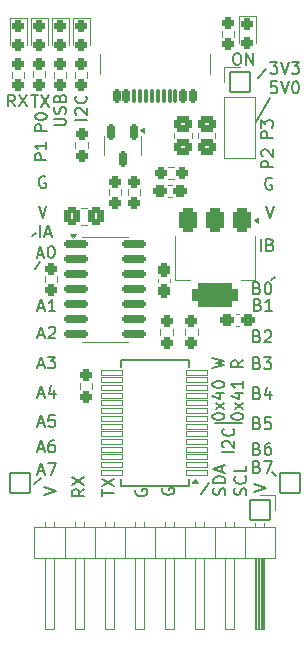
<source format=gbr>
%TF.GenerationSoftware,KiCad,Pcbnew,9.0.0*%
%TF.CreationDate,2025-03-25T17:20:35-03:00*%
%TF.ProjectId,IOExtender,494f4578-7465-46e6-9465-722e6b696361,1.1*%
%TF.SameCoordinates,Original*%
%TF.FileFunction,Legend,Top*%
%TF.FilePolarity,Positive*%
%FSLAX46Y46*%
G04 Gerber Fmt 4.6, Leading zero omitted, Abs format (unit mm)*
G04 Created by KiCad (PCBNEW 9.0.0) date 2025-03-25 17:20:35*
%MOMM*%
%LPD*%
G01*
G04 APERTURE LIST*
G04 Aperture macros list*
%AMRoundRect*
0 Rectangle with rounded corners*
0 $1 Rounding radius*
0 $2 $3 $4 $5 $6 $7 $8 $9 X,Y pos of 4 corners*
0 Add a 4 corners polygon primitive as box body*
4,1,4,$2,$3,$4,$5,$6,$7,$8,$9,$2,$3,0*
0 Add four circle primitives for the rounded corners*
1,1,$1+$1,$2,$3*
1,1,$1+$1,$4,$5*
1,1,$1+$1,$6,$7*
1,1,$1+$1,$8,$9*
0 Add four rect primitives between the rounded corners*
20,1,$1+$1,$2,$3,$4,$5,0*
20,1,$1+$1,$4,$5,$6,$7,0*
20,1,$1+$1,$6,$7,$8,$9,0*
20,1,$1+$1,$8,$9,$2,$3,0*%
G04 Aperture macros list end*
%ADD10C,0.150000*%
%ADD11C,0.200000*%
%ADD12C,0.120000*%
%ADD13RoundRect,0.050000X0.875000X0.225000X-0.875000X0.225000X-0.875000X-0.225000X0.875000X-0.225000X0*%
%ADD14C,1.500000*%
%ADD15RoundRect,0.262500X-0.262500X0.275000X-0.262500X-0.275000X0.262500X-0.275000X0.262500X0.275000X0*%
%ADD16RoundRect,0.262500X0.262500X-0.275000X0.262500X0.275000X-0.262500X0.275000X-0.262500X-0.275000X0*%
%ADD17RoundRect,0.262500X0.325000X0.262500X-0.325000X0.262500X-0.325000X-0.262500X0.325000X-0.262500X0*%
%ADD18RoundRect,0.270833X0.479167X-0.379167X0.479167X0.379167X-0.479167X0.379167X-0.479167X-0.379167X0*%
%ADD19RoundRect,0.243750X-0.281250X0.243750X-0.281250X-0.243750X0.281250X-0.243750X0.281250X0.243750X0*%
%ADD20C,0.750000*%
%ADD21RoundRect,0.175000X0.175000X0.450000X-0.175000X0.450000X-0.175000X-0.450000X0.175000X-0.450000X0*%
%ADD22RoundRect,0.100000X0.100000X0.525000X-0.100000X0.525000X-0.100000X-0.525000X0.100000X-0.525000X0*%
%ADD23O,1.100000X2.200000*%
%ADD24O,1.100000X1.900000*%
%ADD25RoundRect,0.050000X-0.850000X0.850000X-0.850000X-0.850000X0.850000X-0.850000X0.850000X0.850000X0*%
%ADD26O,1.800000X1.800000*%
%ADD27RoundRect,0.050000X-0.850000X-0.850000X0.850000X-0.850000X0.850000X0.850000X-0.850000X0.850000X0*%
%ADD28RoundRect,0.400000X-0.400000X0.650000X-0.400000X-0.650000X0.400000X-0.650000X0.400000X0.650000X0*%
%ADD29RoundRect,0.525000X-1.425000X0.525000X-1.425000X-0.525000X1.425000X-0.525000X1.425000X0.525000X0*%
%ADD30RoundRect,0.175000X-0.850000X-0.175000X0.850000X-0.175000X0.850000X0.175000X-0.850000X0.175000X0*%
%ADD31RoundRect,0.262500X-0.325000X-0.262500X0.325000X-0.262500X0.325000X0.262500X-0.325000X0.262500X0*%
%ADD32RoundRect,0.262500X0.275000X0.262500X-0.275000X0.262500X-0.275000X-0.262500X0.275000X-0.262500X0*%
%ADD33RoundRect,0.270833X-0.479167X0.379167X-0.479167X-0.379167X0.479167X-0.379167X0.479167X0.379167X0*%
%ADD34RoundRect,0.271277X0.366223X0.503723X-0.366223X0.503723X-0.366223X-0.503723X0.366223X-0.503723X0*%
%ADD35RoundRect,0.175000X-0.175000X0.537500X-0.175000X-0.537500X0.175000X-0.537500X0.175000X0.537500X0*%
%ADD36RoundRect,0.262500X-0.262500X0.325000X-0.262500X-0.325000X0.262500X-0.325000X0.262500X0.325000X0*%
%ADD37C,2.100000*%
G04 APERTURE END LIST*
D10*
X131380000Y-115954000D02*
X133666000Y-115954000D01*
X116597200Y-102263400D02*
X116140000Y-102873000D01*
D11*
X136079000Y-88395000D02*
X134834400Y-90477800D01*
D10*
X116241600Y-99799600D02*
X115911400Y-100104400D01*
X116648000Y-120576800D02*
X116063800Y-121059400D01*
X130872000Y-121034000D02*
X130237000Y-121923000D01*
X136104400Y-103838200D02*
X136485400Y-103558800D01*
X136180600Y-120068800D02*
X136536200Y-120449800D01*
D11*
X135698000Y-85982000D02*
X135063000Y-86744000D01*
D10*
X117778419Y-90725220D02*
X118587942Y-90725220D01*
X118587942Y-90725220D02*
X118683180Y-90677601D01*
X118683180Y-90677601D02*
X118730800Y-90629982D01*
X118730800Y-90629982D02*
X118778419Y-90534744D01*
X118778419Y-90534744D02*
X118778419Y-90344268D01*
X118778419Y-90344268D02*
X118730800Y-90249030D01*
X118730800Y-90249030D02*
X118683180Y-90201411D01*
X118683180Y-90201411D02*
X118587942Y-90153792D01*
X118587942Y-90153792D02*
X117778419Y-90153792D01*
X118730800Y-89725220D02*
X118778419Y-89582363D01*
X118778419Y-89582363D02*
X118778419Y-89344268D01*
X118778419Y-89344268D02*
X118730800Y-89249030D01*
X118730800Y-89249030D02*
X118683180Y-89201411D01*
X118683180Y-89201411D02*
X118587942Y-89153792D01*
X118587942Y-89153792D02*
X118492704Y-89153792D01*
X118492704Y-89153792D02*
X118397466Y-89201411D01*
X118397466Y-89201411D02*
X118349847Y-89249030D01*
X118349847Y-89249030D02*
X118302228Y-89344268D01*
X118302228Y-89344268D02*
X118254609Y-89534744D01*
X118254609Y-89534744D02*
X118206990Y-89629982D01*
X118206990Y-89629982D02*
X118159371Y-89677601D01*
X118159371Y-89677601D02*
X118064133Y-89725220D01*
X118064133Y-89725220D02*
X117968895Y-89725220D01*
X117968895Y-89725220D02*
X117873657Y-89677601D01*
X117873657Y-89677601D02*
X117826038Y-89629982D01*
X117826038Y-89629982D02*
X117778419Y-89534744D01*
X117778419Y-89534744D02*
X117778419Y-89296649D01*
X117778419Y-89296649D02*
X117826038Y-89153792D01*
X118254609Y-88391887D02*
X118302228Y-88249030D01*
X118302228Y-88249030D02*
X118349847Y-88201411D01*
X118349847Y-88201411D02*
X118445085Y-88153792D01*
X118445085Y-88153792D02*
X118587942Y-88153792D01*
X118587942Y-88153792D02*
X118683180Y-88201411D01*
X118683180Y-88201411D02*
X118730800Y-88249030D01*
X118730800Y-88249030D02*
X118778419Y-88344268D01*
X118778419Y-88344268D02*
X118778419Y-88725220D01*
X118778419Y-88725220D02*
X117778419Y-88725220D01*
X117778419Y-88725220D02*
X117778419Y-88391887D01*
X117778419Y-88391887D02*
X117826038Y-88296649D01*
X117826038Y-88296649D02*
X117873657Y-88249030D01*
X117873657Y-88249030D02*
X117968895Y-88201411D01*
X117968895Y-88201411D02*
X118064133Y-88201411D01*
X118064133Y-88201411D02*
X118159371Y-88249030D01*
X118159371Y-88249030D02*
X118206990Y-88296649D01*
X118206990Y-88296649D02*
X118254609Y-88391887D01*
X118254609Y-88391887D02*
X118254609Y-88725220D01*
X136202988Y-95211838D02*
X136107750Y-95164219D01*
X136107750Y-95164219D02*
X135964893Y-95164219D01*
X135964893Y-95164219D02*
X135822036Y-95211838D01*
X135822036Y-95211838D02*
X135726798Y-95307076D01*
X135726798Y-95307076D02*
X135679179Y-95402314D01*
X135679179Y-95402314D02*
X135631560Y-95592790D01*
X135631560Y-95592790D02*
X135631560Y-95735647D01*
X135631560Y-95735647D02*
X135679179Y-95926123D01*
X135679179Y-95926123D02*
X135726798Y-96021361D01*
X135726798Y-96021361D02*
X135822036Y-96116600D01*
X135822036Y-96116600D02*
X135964893Y-96164219D01*
X135964893Y-96164219D02*
X136060131Y-96164219D01*
X136060131Y-96164219D02*
X136202988Y-96116600D01*
X136202988Y-96116600D02*
X136250607Y-96068980D01*
X136250607Y-96068980D02*
X136250607Y-95735647D01*
X136250607Y-95735647D02*
X136060131Y-95735647D01*
X120327819Y-121522792D02*
X119851628Y-121856125D01*
X120327819Y-122094220D02*
X119327819Y-122094220D01*
X119327819Y-122094220D02*
X119327819Y-121713268D01*
X119327819Y-121713268D02*
X119375438Y-121618030D01*
X119375438Y-121618030D02*
X119423057Y-121570411D01*
X119423057Y-121570411D02*
X119518295Y-121522792D01*
X119518295Y-121522792D02*
X119661152Y-121522792D01*
X119661152Y-121522792D02*
X119756390Y-121570411D01*
X119756390Y-121570411D02*
X119804009Y-121618030D01*
X119804009Y-121618030D02*
X119851628Y-121713268D01*
X119851628Y-121713268D02*
X119851628Y-122094220D01*
X119327819Y-121189458D02*
X120327819Y-120522792D01*
X119327819Y-120522792D02*
X120327819Y-121189458D01*
X116429160Y-111016904D02*
X116905350Y-111016904D01*
X116333922Y-111302619D02*
X116667255Y-110302619D01*
X116667255Y-110302619D02*
X117000588Y-111302619D01*
X117238684Y-110302619D02*
X117857731Y-110302619D01*
X117857731Y-110302619D02*
X117524398Y-110683571D01*
X117524398Y-110683571D02*
X117667255Y-110683571D01*
X117667255Y-110683571D02*
X117762493Y-110731190D01*
X117762493Y-110731190D02*
X117810112Y-110778809D01*
X117810112Y-110778809D02*
X117857731Y-110874047D01*
X117857731Y-110874047D02*
X117857731Y-111112142D01*
X117857731Y-111112142D02*
X117810112Y-111207380D01*
X117810112Y-111207380D02*
X117762493Y-111255000D01*
X117762493Y-111255000D02*
X117667255Y-111302619D01*
X117667255Y-111302619D02*
X117381541Y-111302619D01*
X117381541Y-111302619D02*
X117286303Y-111255000D01*
X117286303Y-111255000D02*
X117238684Y-111207380D01*
X115851322Y-88153819D02*
X116422750Y-88153819D01*
X116137036Y-89153819D02*
X116137036Y-88153819D01*
X116660846Y-88153819D02*
X117327512Y-89153819D01*
X117327512Y-88153819D02*
X116660846Y-89153819D01*
X134971112Y-108569009D02*
X135113969Y-108616628D01*
X135113969Y-108616628D02*
X135161588Y-108664247D01*
X135161588Y-108664247D02*
X135209207Y-108759485D01*
X135209207Y-108759485D02*
X135209207Y-108902342D01*
X135209207Y-108902342D02*
X135161588Y-108997580D01*
X135161588Y-108997580D02*
X135113969Y-109045200D01*
X135113969Y-109045200D02*
X135018731Y-109092819D01*
X135018731Y-109092819D02*
X134637779Y-109092819D01*
X134637779Y-109092819D02*
X134637779Y-108092819D01*
X134637779Y-108092819D02*
X134971112Y-108092819D01*
X134971112Y-108092819D02*
X135066350Y-108140438D01*
X135066350Y-108140438D02*
X135113969Y-108188057D01*
X135113969Y-108188057D02*
X135161588Y-108283295D01*
X135161588Y-108283295D02*
X135161588Y-108378533D01*
X135161588Y-108378533D02*
X135113969Y-108473771D01*
X135113969Y-108473771D02*
X135066350Y-108521390D01*
X135066350Y-108521390D02*
X134971112Y-108569009D01*
X134971112Y-108569009D02*
X134637779Y-108569009D01*
X135590160Y-108188057D02*
X135637779Y-108140438D01*
X135637779Y-108140438D02*
X135733017Y-108092819D01*
X135733017Y-108092819D02*
X135971112Y-108092819D01*
X135971112Y-108092819D02*
X136066350Y-108140438D01*
X136066350Y-108140438D02*
X136113969Y-108188057D01*
X136113969Y-108188057D02*
X136161588Y-108283295D01*
X136161588Y-108283295D02*
X136161588Y-108378533D01*
X136161588Y-108378533D02*
X136113969Y-108521390D01*
X136113969Y-108521390D02*
X135542541Y-109092819D01*
X135542541Y-109092819D02*
X136161588Y-109092819D01*
X116454560Y-108476904D02*
X116930750Y-108476904D01*
X116359322Y-108762619D02*
X116692655Y-107762619D01*
X116692655Y-107762619D02*
X117025988Y-108762619D01*
X117311703Y-107857857D02*
X117359322Y-107810238D01*
X117359322Y-107810238D02*
X117454560Y-107762619D01*
X117454560Y-107762619D02*
X117692655Y-107762619D01*
X117692655Y-107762619D02*
X117787893Y-107810238D01*
X117787893Y-107810238D02*
X117835512Y-107857857D01*
X117835512Y-107857857D02*
X117883131Y-107953095D01*
X117883131Y-107953095D02*
X117883131Y-108048333D01*
X117883131Y-108048333D02*
X117835512Y-108191190D01*
X117835512Y-108191190D02*
X117264084Y-108762619D01*
X117264084Y-108762619D02*
X117883131Y-108762619D01*
X117152819Y-91207820D02*
X116152819Y-91207820D01*
X116152819Y-91207820D02*
X116152819Y-90826868D01*
X116152819Y-90826868D02*
X116200438Y-90731630D01*
X116200438Y-90731630D02*
X116248057Y-90684011D01*
X116248057Y-90684011D02*
X116343295Y-90636392D01*
X116343295Y-90636392D02*
X116486152Y-90636392D01*
X116486152Y-90636392D02*
X116581390Y-90684011D01*
X116581390Y-90684011D02*
X116629009Y-90731630D01*
X116629009Y-90731630D02*
X116676628Y-90826868D01*
X116676628Y-90826868D02*
X116676628Y-91207820D01*
X116152819Y-90017344D02*
X116152819Y-89922106D01*
X116152819Y-89922106D02*
X116200438Y-89826868D01*
X116200438Y-89826868D02*
X116248057Y-89779249D01*
X116248057Y-89779249D02*
X116343295Y-89731630D01*
X116343295Y-89731630D02*
X116533771Y-89684011D01*
X116533771Y-89684011D02*
X116771866Y-89684011D01*
X116771866Y-89684011D02*
X116962342Y-89731630D01*
X116962342Y-89731630D02*
X117057580Y-89779249D01*
X117057580Y-89779249D02*
X117105200Y-89826868D01*
X117105200Y-89826868D02*
X117152819Y-89922106D01*
X117152819Y-89922106D02*
X117152819Y-90017344D01*
X117152819Y-90017344D02*
X117105200Y-90112582D01*
X117105200Y-90112582D02*
X117057580Y-90160201D01*
X117057580Y-90160201D02*
X116962342Y-90207820D01*
X116962342Y-90207820D02*
X116771866Y-90255439D01*
X116771866Y-90255439D02*
X116533771Y-90255439D01*
X116533771Y-90255439D02*
X116343295Y-90207820D01*
X116343295Y-90207820D02*
X116248057Y-90160201D01*
X116248057Y-90160201D02*
X116200438Y-90112582D01*
X116200438Y-90112582D02*
X116152819Y-90017344D01*
X136637969Y-87010819D02*
X136161779Y-87010819D01*
X136161779Y-87010819D02*
X136114160Y-87487009D01*
X136114160Y-87487009D02*
X136161779Y-87439390D01*
X136161779Y-87439390D02*
X136257017Y-87391771D01*
X136257017Y-87391771D02*
X136495112Y-87391771D01*
X136495112Y-87391771D02*
X136590350Y-87439390D01*
X136590350Y-87439390D02*
X136637969Y-87487009D01*
X136637969Y-87487009D02*
X136685588Y-87582247D01*
X136685588Y-87582247D02*
X136685588Y-87820342D01*
X136685588Y-87820342D02*
X136637969Y-87915580D01*
X136637969Y-87915580D02*
X136590350Y-87963200D01*
X136590350Y-87963200D02*
X136495112Y-88010819D01*
X136495112Y-88010819D02*
X136257017Y-88010819D01*
X136257017Y-88010819D02*
X136161779Y-87963200D01*
X136161779Y-87963200D02*
X136114160Y-87915580D01*
X136971303Y-87010819D02*
X137304636Y-88010819D01*
X137304636Y-88010819D02*
X137637969Y-87010819D01*
X138161779Y-87010819D02*
X138257017Y-87010819D01*
X138257017Y-87010819D02*
X138352255Y-87058438D01*
X138352255Y-87058438D02*
X138399874Y-87106057D01*
X138399874Y-87106057D02*
X138447493Y-87201295D01*
X138447493Y-87201295D02*
X138495112Y-87391771D01*
X138495112Y-87391771D02*
X138495112Y-87629866D01*
X138495112Y-87629866D02*
X138447493Y-87820342D01*
X138447493Y-87820342D02*
X138399874Y-87915580D01*
X138399874Y-87915580D02*
X138352255Y-87963200D01*
X138352255Y-87963200D02*
X138257017Y-88010819D01*
X138257017Y-88010819D02*
X138161779Y-88010819D01*
X138161779Y-88010819D02*
X138066541Y-87963200D01*
X138066541Y-87963200D02*
X138018922Y-87915580D01*
X138018922Y-87915580D02*
X137971303Y-87820342D01*
X137971303Y-87820342D02*
X137923684Y-87629866D01*
X137923684Y-87629866D02*
X137923684Y-87391771D01*
X137923684Y-87391771D02*
X137971303Y-87201295D01*
X137971303Y-87201295D02*
X138018922Y-87106057D01*
X138018922Y-87106057D02*
X138066541Y-87058438D01*
X138066541Y-87058438D02*
X138161779Y-87010819D01*
X117025988Y-95084838D02*
X116930750Y-95037219D01*
X116930750Y-95037219D02*
X116787893Y-95037219D01*
X116787893Y-95037219D02*
X116645036Y-95084838D01*
X116645036Y-95084838D02*
X116549798Y-95180076D01*
X116549798Y-95180076D02*
X116502179Y-95275314D01*
X116502179Y-95275314D02*
X116454560Y-95465790D01*
X116454560Y-95465790D02*
X116454560Y-95608647D01*
X116454560Y-95608647D02*
X116502179Y-95799123D01*
X116502179Y-95799123D02*
X116549798Y-95894361D01*
X116549798Y-95894361D02*
X116645036Y-95989600D01*
X116645036Y-95989600D02*
X116787893Y-96037219D01*
X116787893Y-96037219D02*
X116883131Y-96037219D01*
X116883131Y-96037219D02*
X117025988Y-95989600D01*
X117025988Y-95989600D02*
X117073607Y-95941980D01*
X117073607Y-95941980D02*
X117073607Y-95608647D01*
X117073607Y-95608647D02*
X116883131Y-95608647D01*
X136279019Y-91817420D02*
X135279019Y-91817420D01*
X135279019Y-91817420D02*
X135279019Y-91436468D01*
X135279019Y-91436468D02*
X135326638Y-91341230D01*
X135326638Y-91341230D02*
X135374257Y-91293611D01*
X135374257Y-91293611D02*
X135469495Y-91245992D01*
X135469495Y-91245992D02*
X135612352Y-91245992D01*
X135612352Y-91245992D02*
X135707590Y-91293611D01*
X135707590Y-91293611D02*
X135755209Y-91341230D01*
X135755209Y-91341230D02*
X135802828Y-91436468D01*
X135802828Y-91436468D02*
X135802828Y-91817420D01*
X135279019Y-90912658D02*
X135279019Y-90293611D01*
X135279019Y-90293611D02*
X135659971Y-90626944D01*
X135659971Y-90626944D02*
X135659971Y-90484087D01*
X135659971Y-90484087D02*
X135707590Y-90388849D01*
X135707590Y-90388849D02*
X135755209Y-90341230D01*
X135755209Y-90341230D02*
X135850447Y-90293611D01*
X135850447Y-90293611D02*
X136088542Y-90293611D01*
X136088542Y-90293611D02*
X136183780Y-90341230D01*
X136183780Y-90341230D02*
X136231400Y-90388849D01*
X136231400Y-90388849D02*
X136279019Y-90484087D01*
X136279019Y-90484087D02*
X136279019Y-90769801D01*
X136279019Y-90769801D02*
X136231400Y-90865039D01*
X136231400Y-90865039D02*
X136183780Y-90912658D01*
X116429160Y-115969904D02*
X116905350Y-115969904D01*
X116333922Y-116255619D02*
X116667255Y-115255619D01*
X116667255Y-115255619D02*
X117000588Y-116255619D01*
X117810112Y-115255619D02*
X117333922Y-115255619D01*
X117333922Y-115255619D02*
X117286303Y-115731809D01*
X117286303Y-115731809D02*
X117333922Y-115684190D01*
X117333922Y-115684190D02*
X117429160Y-115636571D01*
X117429160Y-115636571D02*
X117667255Y-115636571D01*
X117667255Y-115636571D02*
X117762493Y-115684190D01*
X117762493Y-115684190D02*
X117810112Y-115731809D01*
X117810112Y-115731809D02*
X117857731Y-115827047D01*
X117857731Y-115827047D02*
X117857731Y-116065142D01*
X117857731Y-116065142D02*
X117810112Y-116160380D01*
X117810112Y-116160380D02*
X117762493Y-116208000D01*
X117762493Y-116208000D02*
X117667255Y-116255619D01*
X117667255Y-116255619D02*
X117429160Y-116255619D01*
X117429160Y-116255619D02*
X117333922Y-116208000D01*
X117333922Y-116208000D02*
X117286303Y-116160380D01*
X126995438Y-121443411D02*
X126947819Y-121538649D01*
X126947819Y-121538649D02*
X126947819Y-121681506D01*
X126947819Y-121681506D02*
X126995438Y-121824363D01*
X126995438Y-121824363D02*
X127090676Y-121919601D01*
X127090676Y-121919601D02*
X127185914Y-121967220D01*
X127185914Y-121967220D02*
X127376390Y-122014839D01*
X127376390Y-122014839D02*
X127519247Y-122014839D01*
X127519247Y-122014839D02*
X127709723Y-121967220D01*
X127709723Y-121967220D02*
X127804961Y-121919601D01*
X127804961Y-121919601D02*
X127900200Y-121824363D01*
X127900200Y-121824363D02*
X127947819Y-121681506D01*
X127947819Y-121681506D02*
X127947819Y-121586268D01*
X127947819Y-121586268D02*
X127900200Y-121443411D01*
X127900200Y-121443411D02*
X127852580Y-121395792D01*
X127852580Y-121395792D02*
X127519247Y-121395792D01*
X127519247Y-121395792D02*
X127519247Y-121586268D01*
X133996200Y-122014839D02*
X134043819Y-121871982D01*
X134043819Y-121871982D02*
X134043819Y-121633887D01*
X134043819Y-121633887D02*
X133996200Y-121538649D01*
X133996200Y-121538649D02*
X133948580Y-121491030D01*
X133948580Y-121491030D02*
X133853342Y-121443411D01*
X133853342Y-121443411D02*
X133758104Y-121443411D01*
X133758104Y-121443411D02*
X133662866Y-121491030D01*
X133662866Y-121491030D02*
X133615247Y-121538649D01*
X133615247Y-121538649D02*
X133567628Y-121633887D01*
X133567628Y-121633887D02*
X133520009Y-121824363D01*
X133520009Y-121824363D02*
X133472390Y-121919601D01*
X133472390Y-121919601D02*
X133424771Y-121967220D01*
X133424771Y-121967220D02*
X133329533Y-122014839D01*
X133329533Y-122014839D02*
X133234295Y-122014839D01*
X133234295Y-122014839D02*
X133139057Y-121967220D01*
X133139057Y-121967220D02*
X133091438Y-121919601D01*
X133091438Y-121919601D02*
X133043819Y-121824363D01*
X133043819Y-121824363D02*
X133043819Y-121586268D01*
X133043819Y-121586268D02*
X133091438Y-121443411D01*
X133948580Y-120443411D02*
X133996200Y-120491030D01*
X133996200Y-120491030D02*
X134043819Y-120633887D01*
X134043819Y-120633887D02*
X134043819Y-120729125D01*
X134043819Y-120729125D02*
X133996200Y-120871982D01*
X133996200Y-120871982D02*
X133900961Y-120967220D01*
X133900961Y-120967220D02*
X133805723Y-121014839D01*
X133805723Y-121014839D02*
X133615247Y-121062458D01*
X133615247Y-121062458D02*
X133472390Y-121062458D01*
X133472390Y-121062458D02*
X133281914Y-121014839D01*
X133281914Y-121014839D02*
X133186676Y-120967220D01*
X133186676Y-120967220D02*
X133091438Y-120871982D01*
X133091438Y-120871982D02*
X133043819Y-120729125D01*
X133043819Y-120729125D02*
X133043819Y-120633887D01*
X133043819Y-120633887D02*
X133091438Y-120491030D01*
X133091438Y-120491030D02*
X133139057Y-120443411D01*
X134043819Y-119538649D02*
X134043819Y-120014839D01*
X134043819Y-120014839D02*
X133043819Y-120014839D01*
X116429160Y-118103504D02*
X116905350Y-118103504D01*
X116333922Y-118389219D02*
X116667255Y-117389219D01*
X116667255Y-117389219D02*
X117000588Y-118389219D01*
X117762493Y-117389219D02*
X117572017Y-117389219D01*
X117572017Y-117389219D02*
X117476779Y-117436838D01*
X117476779Y-117436838D02*
X117429160Y-117484457D01*
X117429160Y-117484457D02*
X117333922Y-117627314D01*
X117333922Y-117627314D02*
X117286303Y-117817790D01*
X117286303Y-117817790D02*
X117286303Y-118198742D01*
X117286303Y-118198742D02*
X117333922Y-118293980D01*
X117333922Y-118293980D02*
X117381541Y-118341600D01*
X117381541Y-118341600D02*
X117476779Y-118389219D01*
X117476779Y-118389219D02*
X117667255Y-118389219D01*
X117667255Y-118389219D02*
X117762493Y-118341600D01*
X117762493Y-118341600D02*
X117810112Y-118293980D01*
X117810112Y-118293980D02*
X117857731Y-118198742D01*
X117857731Y-118198742D02*
X117857731Y-117960647D01*
X117857731Y-117960647D02*
X117810112Y-117865409D01*
X117810112Y-117865409D02*
X117762493Y-117817790D01*
X117762493Y-117817790D02*
X117667255Y-117770171D01*
X117667255Y-117770171D02*
X117476779Y-117770171D01*
X117476779Y-117770171D02*
X117381541Y-117817790D01*
X117381541Y-117817790D02*
X117333922Y-117865409D01*
X117333922Y-117865409D02*
X117286303Y-117960647D01*
X136329819Y-94281220D02*
X135329819Y-94281220D01*
X135329819Y-94281220D02*
X135329819Y-93900268D01*
X135329819Y-93900268D02*
X135377438Y-93805030D01*
X135377438Y-93805030D02*
X135425057Y-93757411D01*
X135425057Y-93757411D02*
X135520295Y-93709792D01*
X135520295Y-93709792D02*
X135663152Y-93709792D01*
X135663152Y-93709792D02*
X135758390Y-93757411D01*
X135758390Y-93757411D02*
X135806009Y-93805030D01*
X135806009Y-93805030D02*
X135853628Y-93900268D01*
X135853628Y-93900268D02*
X135853628Y-94281220D01*
X135425057Y-93328839D02*
X135377438Y-93281220D01*
X135377438Y-93281220D02*
X135329819Y-93185982D01*
X135329819Y-93185982D02*
X135329819Y-92947887D01*
X135329819Y-92947887D02*
X135377438Y-92852649D01*
X135377438Y-92852649D02*
X135425057Y-92805030D01*
X135425057Y-92805030D02*
X135520295Y-92757411D01*
X135520295Y-92757411D02*
X135615533Y-92757411D01*
X135615533Y-92757411D02*
X135758390Y-92805030D01*
X135758390Y-92805030D02*
X136329819Y-93376458D01*
X136329819Y-93376458D02*
X136329819Y-92757411D01*
X116378360Y-101669704D02*
X116854550Y-101669704D01*
X116283122Y-101955419D02*
X116616455Y-100955419D01*
X116616455Y-100955419D02*
X116949788Y-101955419D01*
X117473598Y-100955419D02*
X117568836Y-100955419D01*
X117568836Y-100955419D02*
X117664074Y-101003038D01*
X117664074Y-101003038D02*
X117711693Y-101050657D01*
X117711693Y-101050657D02*
X117759312Y-101145895D01*
X117759312Y-101145895D02*
X117806931Y-101336371D01*
X117806931Y-101336371D02*
X117806931Y-101574466D01*
X117806931Y-101574466D02*
X117759312Y-101764942D01*
X117759312Y-101764942D02*
X117711693Y-101860180D01*
X117711693Y-101860180D02*
X117664074Y-101907800D01*
X117664074Y-101907800D02*
X117568836Y-101955419D01*
X117568836Y-101955419D02*
X117473598Y-101955419D01*
X117473598Y-101955419D02*
X117378360Y-101907800D01*
X117378360Y-101907800D02*
X117330741Y-101860180D01*
X117330741Y-101860180D02*
X117283122Y-101764942D01*
X117283122Y-101764942D02*
X117235503Y-101574466D01*
X117235503Y-101574466D02*
X117235503Y-101336371D01*
X117235503Y-101336371D02*
X117283122Y-101145895D01*
X117283122Y-101145895D02*
X117330741Y-101050657D01*
X117330741Y-101050657D02*
X117378360Y-101003038D01*
X117378360Y-101003038D02*
X117473598Y-100955419D01*
X116460922Y-97551819D02*
X116794255Y-98551819D01*
X116794255Y-98551819D02*
X117127588Y-97551819D01*
X116454560Y-106165504D02*
X116930750Y-106165504D01*
X116359322Y-106451219D02*
X116692655Y-105451219D01*
X116692655Y-105451219D02*
X117025988Y-106451219D01*
X117883131Y-106451219D02*
X117311703Y-106451219D01*
X117597417Y-106451219D02*
X117597417Y-105451219D01*
X117597417Y-105451219D02*
X117502179Y-105594076D01*
X117502179Y-105594076D02*
X117406941Y-105689314D01*
X117406941Y-105689314D02*
X117311703Y-105736933D01*
X116603779Y-100202819D02*
X116603779Y-99202819D01*
X117032350Y-99917104D02*
X117508540Y-99917104D01*
X116937112Y-100202819D02*
X117270445Y-99202819D01*
X117270445Y-99202819D02*
X117603778Y-100202819D01*
X136066541Y-85359819D02*
X136685588Y-85359819D01*
X136685588Y-85359819D02*
X136352255Y-85740771D01*
X136352255Y-85740771D02*
X136495112Y-85740771D01*
X136495112Y-85740771D02*
X136590350Y-85788390D01*
X136590350Y-85788390D02*
X136637969Y-85836009D01*
X136637969Y-85836009D02*
X136685588Y-85931247D01*
X136685588Y-85931247D02*
X136685588Y-86169342D01*
X136685588Y-86169342D02*
X136637969Y-86264580D01*
X136637969Y-86264580D02*
X136590350Y-86312200D01*
X136590350Y-86312200D02*
X136495112Y-86359819D01*
X136495112Y-86359819D02*
X136209398Y-86359819D01*
X136209398Y-86359819D02*
X136114160Y-86312200D01*
X136114160Y-86312200D02*
X136066541Y-86264580D01*
X136971303Y-85359819D02*
X137304636Y-86359819D01*
X137304636Y-86359819D02*
X137637969Y-85359819D01*
X137876065Y-85359819D02*
X138495112Y-85359819D01*
X138495112Y-85359819D02*
X138161779Y-85740771D01*
X138161779Y-85740771D02*
X138304636Y-85740771D01*
X138304636Y-85740771D02*
X138399874Y-85788390D01*
X138399874Y-85788390D02*
X138447493Y-85836009D01*
X138447493Y-85836009D02*
X138495112Y-85931247D01*
X138495112Y-85931247D02*
X138495112Y-86169342D01*
X138495112Y-86169342D02*
X138447493Y-86264580D01*
X138447493Y-86264580D02*
X138399874Y-86312200D01*
X138399874Y-86312200D02*
X138304636Y-86359819D01*
X138304636Y-86359819D02*
X138018922Y-86359819D01*
X138018922Y-86359819D02*
X137923684Y-86312200D01*
X137923684Y-86312200D02*
X137876065Y-86264580D01*
X116454560Y-120008504D02*
X116930750Y-120008504D01*
X116359322Y-120294219D02*
X116692655Y-119294219D01*
X116692655Y-119294219D02*
X117025988Y-120294219D01*
X117264084Y-119294219D02*
X117930750Y-119294219D01*
X117930750Y-119294219D02*
X117502179Y-120294219D01*
X134971112Y-113395009D02*
X135113969Y-113442628D01*
X135113969Y-113442628D02*
X135161588Y-113490247D01*
X135161588Y-113490247D02*
X135209207Y-113585485D01*
X135209207Y-113585485D02*
X135209207Y-113728342D01*
X135209207Y-113728342D02*
X135161588Y-113823580D01*
X135161588Y-113823580D02*
X135113969Y-113871200D01*
X135113969Y-113871200D02*
X135018731Y-113918819D01*
X135018731Y-113918819D02*
X134637779Y-113918819D01*
X134637779Y-113918819D02*
X134637779Y-112918819D01*
X134637779Y-112918819D02*
X134971112Y-112918819D01*
X134971112Y-112918819D02*
X135066350Y-112966438D01*
X135066350Y-112966438D02*
X135113969Y-113014057D01*
X135113969Y-113014057D02*
X135161588Y-113109295D01*
X135161588Y-113109295D02*
X135161588Y-113204533D01*
X135161588Y-113204533D02*
X135113969Y-113299771D01*
X135113969Y-113299771D02*
X135066350Y-113347390D01*
X135066350Y-113347390D02*
X134971112Y-113395009D01*
X134971112Y-113395009D02*
X134637779Y-113395009D01*
X136066350Y-113252152D02*
X136066350Y-113918819D01*
X135828255Y-112871200D02*
X135590160Y-113585485D01*
X135590160Y-113585485D02*
X136209207Y-113585485D01*
X134971112Y-118094009D02*
X135113969Y-118141628D01*
X135113969Y-118141628D02*
X135161588Y-118189247D01*
X135161588Y-118189247D02*
X135209207Y-118284485D01*
X135209207Y-118284485D02*
X135209207Y-118427342D01*
X135209207Y-118427342D02*
X135161588Y-118522580D01*
X135161588Y-118522580D02*
X135113969Y-118570200D01*
X135113969Y-118570200D02*
X135018731Y-118617819D01*
X135018731Y-118617819D02*
X134637779Y-118617819D01*
X134637779Y-118617819D02*
X134637779Y-117617819D01*
X134637779Y-117617819D02*
X134971112Y-117617819D01*
X134971112Y-117617819D02*
X135066350Y-117665438D01*
X135066350Y-117665438D02*
X135113969Y-117713057D01*
X135113969Y-117713057D02*
X135161588Y-117808295D01*
X135161588Y-117808295D02*
X135161588Y-117903533D01*
X135161588Y-117903533D02*
X135113969Y-117998771D01*
X135113969Y-117998771D02*
X135066350Y-118046390D01*
X135066350Y-118046390D02*
X134971112Y-118094009D01*
X134971112Y-118094009D02*
X134637779Y-118094009D01*
X136066350Y-117617819D02*
X135875874Y-117617819D01*
X135875874Y-117617819D02*
X135780636Y-117665438D01*
X135780636Y-117665438D02*
X135733017Y-117713057D01*
X135733017Y-117713057D02*
X135637779Y-117855914D01*
X135637779Y-117855914D02*
X135590160Y-118046390D01*
X135590160Y-118046390D02*
X135590160Y-118427342D01*
X135590160Y-118427342D02*
X135637779Y-118522580D01*
X135637779Y-118522580D02*
X135685398Y-118570200D01*
X135685398Y-118570200D02*
X135780636Y-118617819D01*
X135780636Y-118617819D02*
X135971112Y-118617819D01*
X135971112Y-118617819D02*
X136066350Y-118570200D01*
X136066350Y-118570200D02*
X136113969Y-118522580D01*
X136113969Y-118522580D02*
X136161588Y-118427342D01*
X136161588Y-118427342D02*
X136161588Y-118189247D01*
X136161588Y-118189247D02*
X136113969Y-118094009D01*
X136113969Y-118094009D02*
X136066350Y-118046390D01*
X136066350Y-118046390D02*
X135971112Y-117998771D01*
X135971112Y-117998771D02*
X135780636Y-117998771D01*
X135780636Y-117998771D02*
X135685398Y-118046390D01*
X135685398Y-118046390D02*
X135637779Y-118094009D01*
X135637779Y-118094009D02*
X135590160Y-118189247D01*
X124709438Y-121570411D02*
X124661819Y-121665649D01*
X124661819Y-121665649D02*
X124661819Y-121808506D01*
X124661819Y-121808506D02*
X124709438Y-121951363D01*
X124709438Y-121951363D02*
X124804676Y-122046601D01*
X124804676Y-122046601D02*
X124899914Y-122094220D01*
X124899914Y-122094220D02*
X125090390Y-122141839D01*
X125090390Y-122141839D02*
X125233247Y-122141839D01*
X125233247Y-122141839D02*
X125423723Y-122094220D01*
X125423723Y-122094220D02*
X125518961Y-122046601D01*
X125518961Y-122046601D02*
X125614200Y-121951363D01*
X125614200Y-121951363D02*
X125661819Y-121808506D01*
X125661819Y-121808506D02*
X125661819Y-121713268D01*
X125661819Y-121713268D02*
X125614200Y-121570411D01*
X125614200Y-121570411D02*
X125566580Y-121522792D01*
X125566580Y-121522792D02*
X125233247Y-121522792D01*
X125233247Y-121522792D02*
X125233247Y-121713268D01*
X134971112Y-119618009D02*
X135113969Y-119665628D01*
X135113969Y-119665628D02*
X135161588Y-119713247D01*
X135161588Y-119713247D02*
X135209207Y-119808485D01*
X135209207Y-119808485D02*
X135209207Y-119951342D01*
X135209207Y-119951342D02*
X135161588Y-120046580D01*
X135161588Y-120046580D02*
X135113969Y-120094200D01*
X135113969Y-120094200D02*
X135018731Y-120141819D01*
X135018731Y-120141819D02*
X134637779Y-120141819D01*
X134637779Y-120141819D02*
X134637779Y-119141819D01*
X134637779Y-119141819D02*
X134971112Y-119141819D01*
X134971112Y-119141819D02*
X135066350Y-119189438D01*
X135066350Y-119189438D02*
X135113969Y-119237057D01*
X135113969Y-119237057D02*
X135161588Y-119332295D01*
X135161588Y-119332295D02*
X135161588Y-119427533D01*
X135161588Y-119427533D02*
X135113969Y-119522771D01*
X135113969Y-119522771D02*
X135066350Y-119570390D01*
X135066350Y-119570390D02*
X134971112Y-119618009D01*
X134971112Y-119618009D02*
X134637779Y-119618009D01*
X135542541Y-119141819D02*
X136209207Y-119141819D01*
X136209207Y-119141819D02*
X135780636Y-120141819D01*
X132218200Y-122014839D02*
X132265819Y-121871982D01*
X132265819Y-121871982D02*
X132265819Y-121633887D01*
X132265819Y-121633887D02*
X132218200Y-121538649D01*
X132218200Y-121538649D02*
X132170580Y-121491030D01*
X132170580Y-121491030D02*
X132075342Y-121443411D01*
X132075342Y-121443411D02*
X131980104Y-121443411D01*
X131980104Y-121443411D02*
X131884866Y-121491030D01*
X131884866Y-121491030D02*
X131837247Y-121538649D01*
X131837247Y-121538649D02*
X131789628Y-121633887D01*
X131789628Y-121633887D02*
X131742009Y-121824363D01*
X131742009Y-121824363D02*
X131694390Y-121919601D01*
X131694390Y-121919601D02*
X131646771Y-121967220D01*
X131646771Y-121967220D02*
X131551533Y-122014839D01*
X131551533Y-122014839D02*
X131456295Y-122014839D01*
X131456295Y-122014839D02*
X131361057Y-121967220D01*
X131361057Y-121967220D02*
X131313438Y-121919601D01*
X131313438Y-121919601D02*
X131265819Y-121824363D01*
X131265819Y-121824363D02*
X131265819Y-121586268D01*
X131265819Y-121586268D02*
X131313438Y-121443411D01*
X132265819Y-121014839D02*
X131265819Y-121014839D01*
X131265819Y-121014839D02*
X131265819Y-120776744D01*
X131265819Y-120776744D02*
X131313438Y-120633887D01*
X131313438Y-120633887D02*
X131408676Y-120538649D01*
X131408676Y-120538649D02*
X131503914Y-120491030D01*
X131503914Y-120491030D02*
X131694390Y-120443411D01*
X131694390Y-120443411D02*
X131837247Y-120443411D01*
X131837247Y-120443411D02*
X132027723Y-120491030D01*
X132027723Y-120491030D02*
X132122961Y-120538649D01*
X132122961Y-120538649D02*
X132218200Y-120633887D01*
X132218200Y-120633887D02*
X132265819Y-120776744D01*
X132265819Y-120776744D02*
X132265819Y-121014839D01*
X131980104Y-120062458D02*
X131980104Y-119586268D01*
X132265819Y-120157696D02*
X131265819Y-119824363D01*
X131265819Y-119824363D02*
X132265819Y-119491030D01*
X116914819Y-121983077D02*
X117914819Y-121649744D01*
X117914819Y-121649744D02*
X116914819Y-121316411D01*
X117127419Y-93671620D02*
X116127419Y-93671620D01*
X116127419Y-93671620D02*
X116127419Y-93290668D01*
X116127419Y-93290668D02*
X116175038Y-93195430D01*
X116175038Y-93195430D02*
X116222657Y-93147811D01*
X116222657Y-93147811D02*
X116317895Y-93100192D01*
X116317895Y-93100192D02*
X116460752Y-93100192D01*
X116460752Y-93100192D02*
X116555990Y-93147811D01*
X116555990Y-93147811D02*
X116603609Y-93195430D01*
X116603609Y-93195430D02*
X116651228Y-93290668D01*
X116651228Y-93290668D02*
X116651228Y-93671620D01*
X117127419Y-92147811D02*
X117127419Y-92719239D01*
X117127419Y-92433525D02*
X116127419Y-92433525D01*
X116127419Y-92433525D02*
X116270276Y-92528763D01*
X116270276Y-92528763D02*
X116365514Y-92624001D01*
X116365514Y-92624001D02*
X116413133Y-92719239D01*
X134971112Y-110855009D02*
X135113969Y-110902628D01*
X135113969Y-110902628D02*
X135161588Y-110950247D01*
X135161588Y-110950247D02*
X135209207Y-111045485D01*
X135209207Y-111045485D02*
X135209207Y-111188342D01*
X135209207Y-111188342D02*
X135161588Y-111283580D01*
X135161588Y-111283580D02*
X135113969Y-111331200D01*
X135113969Y-111331200D02*
X135018731Y-111378819D01*
X135018731Y-111378819D02*
X134637779Y-111378819D01*
X134637779Y-111378819D02*
X134637779Y-110378819D01*
X134637779Y-110378819D02*
X134971112Y-110378819D01*
X134971112Y-110378819D02*
X135066350Y-110426438D01*
X135066350Y-110426438D02*
X135113969Y-110474057D01*
X135113969Y-110474057D02*
X135161588Y-110569295D01*
X135161588Y-110569295D02*
X135161588Y-110664533D01*
X135161588Y-110664533D02*
X135113969Y-110759771D01*
X135113969Y-110759771D02*
X135066350Y-110807390D01*
X135066350Y-110807390D02*
X134971112Y-110855009D01*
X134971112Y-110855009D02*
X134637779Y-110855009D01*
X135542541Y-110378819D02*
X136161588Y-110378819D01*
X136161588Y-110378819D02*
X135828255Y-110759771D01*
X135828255Y-110759771D02*
X135971112Y-110759771D01*
X135971112Y-110759771D02*
X136066350Y-110807390D01*
X136066350Y-110807390D02*
X136113969Y-110855009D01*
X136113969Y-110855009D02*
X136161588Y-110950247D01*
X136161588Y-110950247D02*
X136161588Y-111188342D01*
X136161588Y-111188342D02*
X136113969Y-111283580D01*
X136113969Y-111283580D02*
X136066350Y-111331200D01*
X136066350Y-111331200D02*
X135971112Y-111378819D01*
X135971112Y-111378819D02*
X135685398Y-111378819D01*
X135685398Y-111378819D02*
X135590160Y-111331200D01*
X135590160Y-111331200D02*
X135542541Y-111283580D01*
X114457407Y-89128419D02*
X114124074Y-88652228D01*
X113885979Y-89128419D02*
X113885979Y-88128419D01*
X113885979Y-88128419D02*
X114266931Y-88128419D01*
X114266931Y-88128419D02*
X114362169Y-88176038D01*
X114362169Y-88176038D02*
X114409788Y-88223657D01*
X114409788Y-88223657D02*
X114457407Y-88318895D01*
X114457407Y-88318895D02*
X114457407Y-88461752D01*
X114457407Y-88461752D02*
X114409788Y-88556990D01*
X114409788Y-88556990D02*
X114362169Y-88604609D01*
X114362169Y-88604609D02*
X114266931Y-88652228D01*
X114266931Y-88652228D02*
X113885979Y-88652228D01*
X114790741Y-88128419D02*
X115457407Y-89128419D01*
X115457407Y-88128419D02*
X114790741Y-89128419D01*
X134971112Y-104505009D02*
X135113969Y-104552628D01*
X135113969Y-104552628D02*
X135161588Y-104600247D01*
X135161588Y-104600247D02*
X135209207Y-104695485D01*
X135209207Y-104695485D02*
X135209207Y-104838342D01*
X135209207Y-104838342D02*
X135161588Y-104933580D01*
X135161588Y-104933580D02*
X135113969Y-104981200D01*
X135113969Y-104981200D02*
X135018731Y-105028819D01*
X135018731Y-105028819D02*
X134637779Y-105028819D01*
X134637779Y-105028819D02*
X134637779Y-104028819D01*
X134637779Y-104028819D02*
X134971112Y-104028819D01*
X134971112Y-104028819D02*
X135066350Y-104076438D01*
X135066350Y-104076438D02*
X135113969Y-104124057D01*
X135113969Y-104124057D02*
X135161588Y-104219295D01*
X135161588Y-104219295D02*
X135161588Y-104314533D01*
X135161588Y-104314533D02*
X135113969Y-104409771D01*
X135113969Y-104409771D02*
X135066350Y-104457390D01*
X135066350Y-104457390D02*
X134971112Y-104505009D01*
X134971112Y-104505009D02*
X134637779Y-104505009D01*
X135828255Y-104028819D02*
X135923493Y-104028819D01*
X135923493Y-104028819D02*
X136018731Y-104076438D01*
X136018731Y-104076438D02*
X136066350Y-104124057D01*
X136066350Y-104124057D02*
X136113969Y-104219295D01*
X136113969Y-104219295D02*
X136161588Y-104409771D01*
X136161588Y-104409771D02*
X136161588Y-104647866D01*
X136161588Y-104647866D02*
X136113969Y-104838342D01*
X136113969Y-104838342D02*
X136066350Y-104933580D01*
X136066350Y-104933580D02*
X136018731Y-104981200D01*
X136018731Y-104981200D02*
X135923493Y-105028819D01*
X135923493Y-105028819D02*
X135828255Y-105028819D01*
X135828255Y-105028819D02*
X135733017Y-104981200D01*
X135733017Y-104981200D02*
X135685398Y-104933580D01*
X135685398Y-104933580D02*
X135637779Y-104838342D01*
X135637779Y-104838342D02*
X135590160Y-104647866D01*
X135590160Y-104647866D02*
X135590160Y-104409771D01*
X135590160Y-104409771D02*
X135637779Y-104219295D01*
X135637779Y-104219295D02*
X135685398Y-104124057D01*
X135685398Y-104124057D02*
X135733017Y-104076438D01*
X135733017Y-104076438D02*
X135828255Y-104028819D01*
X135021912Y-105902009D02*
X135164769Y-105949628D01*
X135164769Y-105949628D02*
X135212388Y-105997247D01*
X135212388Y-105997247D02*
X135260007Y-106092485D01*
X135260007Y-106092485D02*
X135260007Y-106235342D01*
X135260007Y-106235342D02*
X135212388Y-106330580D01*
X135212388Y-106330580D02*
X135164769Y-106378200D01*
X135164769Y-106378200D02*
X135069531Y-106425819D01*
X135069531Y-106425819D02*
X134688579Y-106425819D01*
X134688579Y-106425819D02*
X134688579Y-105425819D01*
X134688579Y-105425819D02*
X135021912Y-105425819D01*
X135021912Y-105425819D02*
X135117150Y-105473438D01*
X135117150Y-105473438D02*
X135164769Y-105521057D01*
X135164769Y-105521057D02*
X135212388Y-105616295D01*
X135212388Y-105616295D02*
X135212388Y-105711533D01*
X135212388Y-105711533D02*
X135164769Y-105806771D01*
X135164769Y-105806771D02*
X135117150Y-105854390D01*
X135117150Y-105854390D02*
X135021912Y-105902009D01*
X135021912Y-105902009D02*
X134688579Y-105902009D01*
X136212388Y-106425819D02*
X135640960Y-106425819D01*
X135926674Y-106425819D02*
X135926674Y-105425819D01*
X135926674Y-105425819D02*
X135831436Y-105568676D01*
X135831436Y-105568676D02*
X135736198Y-105663914D01*
X135736198Y-105663914D02*
X135640960Y-105711533D01*
X133177255Y-84597819D02*
X133367731Y-84597819D01*
X133367731Y-84597819D02*
X133462969Y-84645438D01*
X133462969Y-84645438D02*
X133558207Y-84740676D01*
X133558207Y-84740676D02*
X133605826Y-84931152D01*
X133605826Y-84931152D02*
X133605826Y-85264485D01*
X133605826Y-85264485D02*
X133558207Y-85454961D01*
X133558207Y-85454961D02*
X133462969Y-85550200D01*
X133462969Y-85550200D02*
X133367731Y-85597819D01*
X133367731Y-85597819D02*
X133177255Y-85597819D01*
X133177255Y-85597819D02*
X133082017Y-85550200D01*
X133082017Y-85550200D02*
X132986779Y-85454961D01*
X132986779Y-85454961D02*
X132939160Y-85264485D01*
X132939160Y-85264485D02*
X132939160Y-84931152D01*
X132939160Y-84931152D02*
X132986779Y-84740676D01*
X132986779Y-84740676D02*
X133082017Y-84645438D01*
X133082017Y-84645438D02*
X133177255Y-84597819D01*
X134034398Y-85597819D02*
X134034398Y-84597819D01*
X134034398Y-84597819D02*
X134605826Y-85597819D01*
X134605826Y-85597819D02*
X134605826Y-84597819D01*
X135272779Y-101345819D02*
X135272779Y-100345819D01*
X136082302Y-100822009D02*
X136225159Y-100869628D01*
X136225159Y-100869628D02*
X136272778Y-100917247D01*
X136272778Y-100917247D02*
X136320397Y-101012485D01*
X136320397Y-101012485D02*
X136320397Y-101155342D01*
X136320397Y-101155342D02*
X136272778Y-101250580D01*
X136272778Y-101250580D02*
X136225159Y-101298200D01*
X136225159Y-101298200D02*
X136129921Y-101345819D01*
X136129921Y-101345819D02*
X135748969Y-101345819D01*
X135748969Y-101345819D02*
X135748969Y-100345819D01*
X135748969Y-100345819D02*
X136082302Y-100345819D01*
X136082302Y-100345819D02*
X136177540Y-100393438D01*
X136177540Y-100393438D02*
X136225159Y-100441057D01*
X136225159Y-100441057D02*
X136272778Y-100536295D01*
X136272778Y-100536295D02*
X136272778Y-100631533D01*
X136272778Y-100631533D02*
X136225159Y-100726771D01*
X136225159Y-100726771D02*
X136177540Y-100774390D01*
X136177540Y-100774390D02*
X136082302Y-100822009D01*
X136082302Y-100822009D02*
X135748969Y-100822009D01*
X133027819Y-118411220D02*
X132027819Y-118411220D01*
X132123057Y-117982649D02*
X132075438Y-117935030D01*
X132075438Y-117935030D02*
X132027819Y-117839792D01*
X132027819Y-117839792D02*
X132027819Y-117601697D01*
X132027819Y-117601697D02*
X132075438Y-117506459D01*
X132075438Y-117506459D02*
X132123057Y-117458840D01*
X132123057Y-117458840D02*
X132218295Y-117411221D01*
X132218295Y-117411221D02*
X132313533Y-117411221D01*
X132313533Y-117411221D02*
X132456390Y-117458840D01*
X132456390Y-117458840D02*
X133027819Y-118030268D01*
X133027819Y-118030268D02*
X133027819Y-117411221D01*
X132932580Y-116411221D02*
X132980200Y-116458840D01*
X132980200Y-116458840D02*
X133027819Y-116601697D01*
X133027819Y-116601697D02*
X133027819Y-116696935D01*
X133027819Y-116696935D02*
X132980200Y-116839792D01*
X132980200Y-116839792D02*
X132884961Y-116935030D01*
X132884961Y-116935030D02*
X132789723Y-116982649D01*
X132789723Y-116982649D02*
X132599247Y-117030268D01*
X132599247Y-117030268D02*
X132456390Y-117030268D01*
X132456390Y-117030268D02*
X132265914Y-116982649D01*
X132265914Y-116982649D02*
X132170676Y-116935030D01*
X132170676Y-116935030D02*
X132075438Y-116839792D01*
X132075438Y-116839792D02*
X132027819Y-116696935D01*
X132027819Y-116696935D02*
X132027819Y-116601697D01*
X132027819Y-116601697D02*
X132075438Y-116458840D01*
X132075438Y-116458840D02*
X132123057Y-116411221D01*
X120556419Y-90242620D02*
X119556419Y-90242620D01*
X119651657Y-89814049D02*
X119604038Y-89766430D01*
X119604038Y-89766430D02*
X119556419Y-89671192D01*
X119556419Y-89671192D02*
X119556419Y-89433097D01*
X119556419Y-89433097D02*
X119604038Y-89337859D01*
X119604038Y-89337859D02*
X119651657Y-89290240D01*
X119651657Y-89290240D02*
X119746895Y-89242621D01*
X119746895Y-89242621D02*
X119842133Y-89242621D01*
X119842133Y-89242621D02*
X119984990Y-89290240D01*
X119984990Y-89290240D02*
X120556419Y-89861668D01*
X120556419Y-89861668D02*
X120556419Y-89242621D01*
X120461180Y-88242621D02*
X120508800Y-88290240D01*
X120508800Y-88290240D02*
X120556419Y-88433097D01*
X120556419Y-88433097D02*
X120556419Y-88528335D01*
X120556419Y-88528335D02*
X120508800Y-88671192D01*
X120508800Y-88671192D02*
X120413561Y-88766430D01*
X120413561Y-88766430D02*
X120318323Y-88814049D01*
X120318323Y-88814049D02*
X120127847Y-88861668D01*
X120127847Y-88861668D02*
X119984990Y-88861668D01*
X119984990Y-88861668D02*
X119794514Y-88814049D01*
X119794514Y-88814049D02*
X119699276Y-88766430D01*
X119699276Y-88766430D02*
X119604038Y-88671192D01*
X119604038Y-88671192D02*
X119556419Y-88528335D01*
X119556419Y-88528335D02*
X119556419Y-88433097D01*
X119556419Y-88433097D02*
X119604038Y-88290240D01*
X119604038Y-88290240D02*
X119651657Y-88242621D01*
X134679819Y-121799077D02*
X135679819Y-121465744D01*
X135679819Y-121465744D02*
X134679819Y-121132411D01*
X134971112Y-115935009D02*
X135113969Y-115982628D01*
X135113969Y-115982628D02*
X135161588Y-116030247D01*
X135161588Y-116030247D02*
X135209207Y-116125485D01*
X135209207Y-116125485D02*
X135209207Y-116268342D01*
X135209207Y-116268342D02*
X135161588Y-116363580D01*
X135161588Y-116363580D02*
X135113969Y-116411200D01*
X135113969Y-116411200D02*
X135018731Y-116458819D01*
X135018731Y-116458819D02*
X134637779Y-116458819D01*
X134637779Y-116458819D02*
X134637779Y-115458819D01*
X134637779Y-115458819D02*
X134971112Y-115458819D01*
X134971112Y-115458819D02*
X135066350Y-115506438D01*
X135066350Y-115506438D02*
X135113969Y-115554057D01*
X135113969Y-115554057D02*
X135161588Y-115649295D01*
X135161588Y-115649295D02*
X135161588Y-115744533D01*
X135161588Y-115744533D02*
X135113969Y-115839771D01*
X135113969Y-115839771D02*
X135066350Y-115887390D01*
X135066350Y-115887390D02*
X134971112Y-115935009D01*
X134971112Y-115935009D02*
X134637779Y-115935009D01*
X136113969Y-115458819D02*
X135637779Y-115458819D01*
X135637779Y-115458819D02*
X135590160Y-115935009D01*
X135590160Y-115935009D02*
X135637779Y-115887390D01*
X135637779Y-115887390D02*
X135733017Y-115839771D01*
X135733017Y-115839771D02*
X135971112Y-115839771D01*
X135971112Y-115839771D02*
X136066350Y-115887390D01*
X136066350Y-115887390D02*
X136113969Y-115935009D01*
X136113969Y-115935009D02*
X136161588Y-116030247D01*
X136161588Y-116030247D02*
X136161588Y-116268342D01*
X136161588Y-116268342D02*
X136113969Y-116363580D01*
X136113969Y-116363580D02*
X136066350Y-116411200D01*
X136066350Y-116411200D02*
X135971112Y-116458819D01*
X135971112Y-116458819D02*
X135733017Y-116458819D01*
X135733017Y-116458819D02*
X135637779Y-116411200D01*
X135637779Y-116411200D02*
X135590160Y-116363580D01*
X131179875Y-115426744D02*
X131179875Y-115331506D01*
X131179875Y-115331506D02*
X131227494Y-115236268D01*
X131227494Y-115236268D02*
X131275113Y-115188649D01*
X131275113Y-115188649D02*
X131370351Y-115141030D01*
X131370351Y-115141030D02*
X131560827Y-115093411D01*
X131560827Y-115093411D02*
X131798922Y-115093411D01*
X131798922Y-115093411D02*
X131989398Y-115141030D01*
X131989398Y-115141030D02*
X132084636Y-115188649D01*
X132084636Y-115188649D02*
X132132256Y-115236268D01*
X132132256Y-115236268D02*
X132179875Y-115331506D01*
X132179875Y-115331506D02*
X132179875Y-115426744D01*
X132179875Y-115426744D02*
X132132256Y-115521982D01*
X132132256Y-115521982D02*
X132084636Y-115569601D01*
X132084636Y-115569601D02*
X131989398Y-115617220D01*
X131989398Y-115617220D02*
X131798922Y-115664839D01*
X131798922Y-115664839D02*
X131560827Y-115664839D01*
X131560827Y-115664839D02*
X131370351Y-115617220D01*
X131370351Y-115617220D02*
X131275113Y-115569601D01*
X131275113Y-115569601D02*
X131227494Y-115521982D01*
X131227494Y-115521982D02*
X131179875Y-115426744D01*
X132179875Y-114760077D02*
X131513208Y-114236268D01*
X131513208Y-114760077D02*
X132179875Y-114236268D01*
X131513208Y-113426744D02*
X132179875Y-113426744D01*
X131132256Y-113664839D02*
X131846541Y-113902934D01*
X131846541Y-113902934D02*
X131846541Y-113283887D01*
X131179875Y-112712458D02*
X131179875Y-112617220D01*
X131179875Y-112617220D02*
X131227494Y-112521982D01*
X131227494Y-112521982D02*
X131275113Y-112474363D01*
X131275113Y-112474363D02*
X131370351Y-112426744D01*
X131370351Y-112426744D02*
X131560827Y-112379125D01*
X131560827Y-112379125D02*
X131798922Y-112379125D01*
X131798922Y-112379125D02*
X131989398Y-112426744D01*
X131989398Y-112426744D02*
X132084636Y-112474363D01*
X132084636Y-112474363D02*
X132132256Y-112521982D01*
X132132256Y-112521982D02*
X132179875Y-112617220D01*
X132179875Y-112617220D02*
X132179875Y-112712458D01*
X132179875Y-112712458D02*
X132132256Y-112807696D01*
X132132256Y-112807696D02*
X132084636Y-112855315D01*
X132084636Y-112855315D02*
X131989398Y-112902934D01*
X131989398Y-112902934D02*
X131798922Y-112950553D01*
X131798922Y-112950553D02*
X131560827Y-112950553D01*
X131560827Y-112950553D02*
X131370351Y-112902934D01*
X131370351Y-112902934D02*
X131275113Y-112855315D01*
X131275113Y-112855315D02*
X131227494Y-112807696D01*
X131227494Y-112807696D02*
X131179875Y-112712458D01*
X131179875Y-111283886D02*
X132179875Y-111045791D01*
X132179875Y-111045791D02*
X131465589Y-110855315D01*
X131465589Y-110855315D02*
X132179875Y-110664839D01*
X132179875Y-110664839D02*
X131179875Y-110426744D01*
X132789819Y-115426744D02*
X132789819Y-115331506D01*
X132789819Y-115331506D02*
X132837438Y-115236268D01*
X132837438Y-115236268D02*
X132885057Y-115188649D01*
X132885057Y-115188649D02*
X132980295Y-115141030D01*
X132980295Y-115141030D02*
X133170771Y-115093411D01*
X133170771Y-115093411D02*
X133408866Y-115093411D01*
X133408866Y-115093411D02*
X133599342Y-115141030D01*
X133599342Y-115141030D02*
X133694580Y-115188649D01*
X133694580Y-115188649D02*
X133742200Y-115236268D01*
X133742200Y-115236268D02*
X133789819Y-115331506D01*
X133789819Y-115331506D02*
X133789819Y-115426744D01*
X133789819Y-115426744D02*
X133742200Y-115521982D01*
X133742200Y-115521982D02*
X133694580Y-115569601D01*
X133694580Y-115569601D02*
X133599342Y-115617220D01*
X133599342Y-115617220D02*
X133408866Y-115664839D01*
X133408866Y-115664839D02*
X133170771Y-115664839D01*
X133170771Y-115664839D02*
X132980295Y-115617220D01*
X132980295Y-115617220D02*
X132885057Y-115569601D01*
X132885057Y-115569601D02*
X132837438Y-115521982D01*
X132837438Y-115521982D02*
X132789819Y-115426744D01*
X133789819Y-114760077D02*
X133123152Y-114236268D01*
X133123152Y-114760077D02*
X133789819Y-114236268D01*
X133123152Y-113426744D02*
X133789819Y-113426744D01*
X132742200Y-113664839D02*
X133456485Y-113902934D01*
X133456485Y-113902934D02*
X133456485Y-113283887D01*
X133789819Y-112379125D02*
X133789819Y-112950553D01*
X133789819Y-112664839D02*
X132789819Y-112664839D01*
X132789819Y-112664839D02*
X132932676Y-112760077D01*
X132932676Y-112760077D02*
X133027914Y-112855315D01*
X133027914Y-112855315D02*
X133075533Y-112950553D01*
X133789819Y-110617220D02*
X133313628Y-110950553D01*
X133789819Y-111188648D02*
X132789819Y-111188648D01*
X132789819Y-111188648D02*
X132789819Y-110807696D01*
X132789819Y-110807696D02*
X132837438Y-110712458D01*
X132837438Y-110712458D02*
X132885057Y-110664839D01*
X132885057Y-110664839D02*
X132980295Y-110617220D01*
X132980295Y-110617220D02*
X133123152Y-110617220D01*
X133123152Y-110617220D02*
X133218390Y-110664839D01*
X133218390Y-110664839D02*
X133266009Y-110712458D01*
X133266009Y-110712458D02*
X133313628Y-110807696D01*
X133313628Y-110807696D02*
X133313628Y-111188648D01*
X121867819Y-122110077D02*
X121867819Y-121538649D01*
X122867819Y-121824363D02*
X121867819Y-121824363D01*
X121867819Y-121300553D02*
X122867819Y-120633887D01*
X121867819Y-120633887D02*
X122867819Y-121300553D01*
X116454560Y-113506104D02*
X116930750Y-113506104D01*
X116359322Y-113791819D02*
X116692655Y-112791819D01*
X116692655Y-112791819D02*
X117025988Y-113791819D01*
X117787893Y-113125152D02*
X117787893Y-113791819D01*
X117549798Y-112744200D02*
X117311703Y-113458485D01*
X117311703Y-113458485D02*
X117930750Y-113458485D01*
X135733922Y-97577219D02*
X136067255Y-98577219D01*
X136067255Y-98577219D02*
X136400588Y-97577219D01*
%TO.C,U1*%
X123425000Y-111150000D02*
X123425000Y-110575000D01*
X123425000Y-121225000D02*
X123425000Y-120650000D01*
X129175000Y-110575000D02*
X123425000Y-110575000D01*
X129175000Y-111150000D02*
X129175000Y-110575000D01*
X129175000Y-121225000D02*
X123425000Y-121225000D01*
X129175000Y-121225000D02*
X129175000Y-120650000D01*
D12*
X129915000Y-120980000D02*
X129435000Y-120980000D01*
X129675000Y-120650000D01*
X129915000Y-120980000D01*
G36*
X129915000Y-120980000D02*
G01*
X129435000Y-120980000D01*
X129675000Y-120650000D01*
X129915000Y-120980000D01*
G37*
%TO.C,R9*%
X117014500Y-103507276D02*
X117014500Y-104016724D01*
X118059500Y-103507276D02*
X118059500Y-104016724D01*
%TO.C,R8*%
X132000500Y-82704676D02*
X132000500Y-83214124D01*
X133045500Y-82704676D02*
X133045500Y-83214124D01*
%TO.C,R11*%
X123999500Y-96141276D02*
X123999500Y-96650724D01*
X125044500Y-96141276D02*
X125044500Y-96650724D01*
%TO.C,R7*%
X119554500Y-86679224D02*
X119554500Y-86169776D01*
X120599500Y-86679224D02*
X120599500Y-86169776D01*
%TO.C,C2*%
X133431267Y-106681000D02*
X133138733Y-106681000D01*
X133431267Y-107701000D02*
X133138733Y-107701000D01*
%TO.C,L1*%
X129965000Y-91827064D02*
X129965000Y-91372936D01*
X131435000Y-91827064D02*
X131435000Y-91372936D01*
%TO.C,D6*%
X119342000Y-81639500D02*
X119342000Y-83924500D01*
X120812000Y-81639500D02*
X119342000Y-81639500D01*
X120812000Y-83924500D02*
X120812000Y-81639500D01*
%TO.C,R4*%
X114220500Y-86679224D02*
X114220500Y-86169776D01*
X115265500Y-86679224D02*
X115265500Y-86169776D01*
%TO.C,D1*%
X115786000Y-81633250D02*
X115786000Y-83918250D01*
X117256000Y-81633250D02*
X115786000Y-81633250D01*
X117256000Y-83918250D02*
X117256000Y-81633250D01*
%TO.C,C5*%
X121630000Y-84700000D02*
X121630000Y-86400000D01*
X130970000Y-84700000D02*
X130970000Y-86400000D01*
%TO.C,R3*%
X126777500Y-108461724D02*
X126777500Y-107952276D01*
X127822500Y-108461724D02*
X127822500Y-107952276D01*
%TO.C,R5*%
X115998500Y-86668524D02*
X115998500Y-86159076D01*
X117043500Y-86668524D02*
X117043500Y-86159076D01*
%TO.C,J9*%
X116065000Y-124703000D02*
X116065000Y-127363000D01*
X116065000Y-127363000D02*
X136505000Y-127363000D01*
X117015000Y-124305929D02*
X117015000Y-124703000D01*
X117015000Y-133363000D02*
X117015000Y-127363000D01*
X117775000Y-124305929D02*
X117775000Y-124703000D01*
X117775000Y-127363000D02*
X117775000Y-133363000D01*
X117775000Y-133363000D02*
X117015000Y-133363000D01*
X118665000Y-124703000D02*
X118665000Y-127363000D01*
X119555000Y-124305929D02*
X119555000Y-124703000D01*
X119555000Y-133363000D02*
X119555000Y-127363000D01*
X120315000Y-124305929D02*
X120315000Y-124703000D01*
X120315000Y-127363000D02*
X120315000Y-133363000D01*
X120315000Y-133363000D02*
X119555000Y-133363000D01*
X121205000Y-124703000D02*
X121205000Y-127363000D01*
X122095000Y-124305929D02*
X122095000Y-124703000D01*
X122095000Y-133363000D02*
X122095000Y-127363000D01*
X122855000Y-124305929D02*
X122855000Y-124703000D01*
X122855000Y-127363000D02*
X122855000Y-133363000D01*
X122855000Y-133363000D02*
X122095000Y-133363000D01*
X123745000Y-124703000D02*
X123745000Y-127363000D01*
X124635000Y-124305929D02*
X124635000Y-124703000D01*
X124635000Y-133363000D02*
X124635000Y-127363000D01*
X125395000Y-124305929D02*
X125395000Y-124703000D01*
X125395000Y-127363000D02*
X125395000Y-133363000D01*
X125395000Y-133363000D02*
X124635000Y-133363000D01*
X126285000Y-124703000D02*
X126285000Y-127363000D01*
X127175000Y-124305929D02*
X127175000Y-124703000D01*
X127175000Y-133363000D02*
X127175000Y-127363000D01*
X127935000Y-124305929D02*
X127935000Y-124703000D01*
X127935000Y-127363000D02*
X127935000Y-133363000D01*
X127935000Y-133363000D02*
X127175000Y-133363000D01*
X128825000Y-124703000D02*
X128825000Y-127363000D01*
X129715000Y-124305929D02*
X129715000Y-124703000D01*
X129715000Y-133363000D02*
X129715000Y-127363000D01*
X130475000Y-124305929D02*
X130475000Y-124703000D01*
X130475000Y-127363000D02*
X130475000Y-133363000D01*
X130475000Y-133363000D02*
X129715000Y-133363000D01*
X131365000Y-124703000D02*
X131365000Y-127363000D01*
X132255000Y-124305929D02*
X132255000Y-124703000D01*
X132255000Y-133363000D02*
X132255000Y-127363000D01*
X133015000Y-124305929D02*
X133015000Y-124703000D01*
X133015000Y-127363000D02*
X133015000Y-133363000D01*
X133015000Y-133363000D02*
X132255000Y-133363000D01*
X133905000Y-124703000D02*
X133905000Y-127363000D01*
X134795000Y-124373000D02*
X134795000Y-124703000D01*
X134795000Y-133363000D02*
X134795000Y-127363000D01*
X134895000Y-127363000D02*
X134895000Y-133363000D01*
X135015000Y-127363000D02*
X135015000Y-133363000D01*
X135135000Y-127363000D02*
X135135000Y-133363000D01*
X135175000Y-121993000D02*
X136445000Y-121993000D01*
X135255000Y-127363000D02*
X135255000Y-133363000D01*
X135375000Y-127363000D02*
X135375000Y-133363000D01*
X135495000Y-127363000D02*
X135495000Y-133363000D01*
X135555000Y-124373000D02*
X135555000Y-124703000D01*
X135555000Y-127363000D02*
X135555000Y-133363000D01*
X135555000Y-133363000D02*
X134795000Y-133363000D01*
X136445000Y-121993000D02*
X136445000Y-123263000D01*
X136505000Y-124703000D02*
X116065000Y-124703000D01*
X136505000Y-127363000D02*
X136505000Y-124703000D01*
%TO.C,J1*%
X132158200Y-85745000D02*
X133488200Y-85745000D01*
X132158200Y-87075000D02*
X132158200Y-85745000D01*
X132158200Y-88345000D02*
X132158200Y-93485000D01*
X132158200Y-88345000D02*
X134818200Y-88345000D01*
X132158200Y-93485000D02*
X134818200Y-93485000D01*
X134818200Y-88345000D02*
X134818200Y-93485000D01*
%TO.C,D5*%
X114008000Y-81639500D02*
X114008000Y-83924500D01*
X115478000Y-81639500D02*
X114008000Y-81639500D01*
X115478000Y-83924500D02*
X115478000Y-81639500D01*
%TO.C,D2*%
X117564000Y-81639500D02*
X117564000Y-83924500D01*
X119034000Y-81639500D02*
X117564000Y-81639500D01*
X119034000Y-83924500D02*
X119034000Y-81639500D01*
%TO.C,U3*%
X127995400Y-100057800D02*
X127995400Y-103817800D01*
X127995400Y-103817800D02*
X129255400Y-103817800D01*
X134815400Y-100057800D02*
X134815400Y-103817800D01*
X134815400Y-103817800D02*
X133555400Y-103817800D01*
X135045400Y-99017800D02*
X134715400Y-98777800D01*
X135045400Y-98537800D01*
X135045400Y-99017800D01*
G36*
X135045400Y-99017800D02*
G01*
X134715400Y-98777800D01*
X135045400Y-98537800D01*
X135045400Y-99017800D01*
G37*
%TO.C,U2*%
X122100000Y-100165000D02*
X120150000Y-100165000D01*
X122100000Y-100165000D02*
X124050000Y-100165000D01*
X122100000Y-109035000D02*
X120150000Y-109035000D01*
X122100000Y-109035000D02*
X124050000Y-109035000D01*
X119400000Y-100230000D02*
X119160000Y-99900000D01*
X119640000Y-99900000D01*
X119400000Y-100230000D01*
G36*
X119400000Y-100230000D02*
G01*
X119160000Y-99900000D01*
X119640000Y-99900000D01*
X119400000Y-100230000D01*
G37*
%TO.C,R2*%
X128877500Y-108461724D02*
X128877500Y-107952276D01*
X129922500Y-108461724D02*
X129922500Y-107952276D01*
%TO.C,C6*%
X127453733Y-95790000D02*
X127746267Y-95790000D01*
X127453733Y-96810000D02*
X127746267Y-96810000D01*
%TO.C,R12*%
X127951724Y-94222500D02*
X127442276Y-94222500D01*
X127951724Y-95267500D02*
X127442276Y-95267500D01*
%TO.C,R1*%
X122399500Y-96141276D02*
X122399500Y-96650724D01*
X123444500Y-96141276D02*
X123444500Y-96650724D01*
%TO.C,R10*%
X119935500Y-112524276D02*
X119935500Y-113033724D01*
X120980500Y-112524276D02*
X120980500Y-113033724D01*
%TO.C,L2*%
X127965000Y-91372936D02*
X127965000Y-91827064D01*
X129435000Y-91372936D02*
X129435000Y-91827064D01*
%TO.C,D7*%
X133388200Y-81474400D02*
X133388200Y-83759400D01*
X134858200Y-81474400D02*
X133388200Y-81474400D01*
X134858200Y-83759400D02*
X134858200Y-81474400D01*
%TO.C,C8*%
X120561252Y-97693000D02*
X120038748Y-97693000D01*
X120561252Y-99163000D02*
X120038748Y-99163000D01*
%TO.C,D4*%
X122012000Y-92453500D02*
X122012000Y-91653500D01*
X122012000Y-92453500D02*
X122012000Y-93253500D01*
X125132000Y-92453500D02*
X125132000Y-91653500D01*
X125132000Y-92453500D02*
X125132000Y-93253500D01*
X125412000Y-91393500D02*
X125082000Y-91153500D01*
X125412000Y-90913500D01*
X125412000Y-91393500D01*
G36*
X125412000Y-91393500D02*
G01*
X125082000Y-91153500D01*
X125412000Y-90913500D01*
X125412000Y-91393500D01*
G37*
%TO.C,C1*%
X126552000Y-103717333D02*
X126552000Y-104009867D01*
X127572000Y-103717333D02*
X127572000Y-104009867D01*
%TO.C,R6*%
X117776500Y-86679224D02*
X117776500Y-86169776D01*
X118821500Y-86679224D02*
X118821500Y-86169776D01*
%TO.C,R13*%
X119569500Y-92144276D02*
X119569500Y-92653724D01*
X120614500Y-92144276D02*
X120614500Y-92653724D01*
%TD*%
%LPC*%
D13*
%TO.C,U1*%
X129900000Y-120125000D03*
X129900000Y-119475000D03*
X129900000Y-118825000D03*
X129900000Y-118175000D03*
X129900000Y-117525000D03*
X129900000Y-116875000D03*
X129900000Y-116225000D03*
X129900000Y-115575000D03*
X129900000Y-114925000D03*
X129900000Y-114275000D03*
X129900000Y-113625000D03*
X129900000Y-112975000D03*
X129900000Y-112325000D03*
X129900000Y-111675000D03*
X122700000Y-111675000D03*
X122700000Y-112325000D03*
X122700000Y-112975000D03*
X122700000Y-113625000D03*
X122700000Y-114275000D03*
X122700000Y-114925000D03*
X122700000Y-115575000D03*
X122700000Y-116225000D03*
X122700000Y-116875000D03*
X122700000Y-117525000D03*
X122700000Y-118175000D03*
X122700000Y-118825000D03*
X122700000Y-119475000D03*
X122700000Y-120125000D03*
%TD*%
D14*
%TO.C,FID3*%
X114616000Y-123800000D03*
%TD*%
D15*
%TO.C,R9*%
X117537000Y-102849500D03*
X117537000Y-104674500D03*
%TD*%
D14*
%TO.C,FID2*%
X137984000Y-123828000D03*
%TD*%
D15*
%TO.C,R8*%
X132523000Y-82046900D03*
X132523000Y-83871900D03*
%TD*%
%TO.C,R11*%
X124522000Y-95483500D03*
X124522000Y-97308500D03*
%TD*%
D16*
%TO.C,R7*%
X120077000Y-87337000D03*
X120077000Y-85512000D03*
%TD*%
D17*
%TO.C,C2*%
X134147500Y-107191000D03*
X132422500Y-107191000D03*
%TD*%
D18*
%TO.C,L1*%
X130700000Y-92600000D03*
X130700000Y-90600000D03*
%TD*%
D19*
%TO.C,D6*%
X120077000Y-82337000D03*
X120077000Y-83912000D03*
%TD*%
D16*
%TO.C,R4*%
X114743000Y-87337000D03*
X114743000Y-85512000D03*
%TD*%
D19*
%TO.C,D1*%
X116521000Y-82330750D03*
X116521000Y-83905750D03*
%TD*%
D20*
%TO.C,C5*%
X129190000Y-87205000D03*
X123410000Y-87205000D03*
D21*
X129500000Y-88280000D03*
X128700000Y-88280000D03*
D22*
X127550000Y-88280000D03*
X126550000Y-88280000D03*
X126050000Y-88280000D03*
X125050000Y-88280000D03*
D21*
X123900000Y-88280000D03*
X123100000Y-88280000D03*
X123100000Y-88280000D03*
X123900000Y-88280000D03*
D22*
X124550000Y-88280000D03*
X125550000Y-88280000D03*
X127050000Y-88280000D03*
X128050000Y-88280000D03*
D21*
X128700000Y-88280000D03*
X129500000Y-88280000D03*
D23*
X130620000Y-87705000D03*
D24*
X130620000Y-83525000D03*
D23*
X121980000Y-87705000D03*
D24*
X121980000Y-83525000D03*
%TD*%
D16*
%TO.C,R3*%
X127300000Y-109119500D03*
X127300000Y-107294500D03*
%TD*%
%TO.C,R5*%
X116521000Y-87326300D03*
X116521000Y-85501300D03*
%TD*%
D25*
%TO.C,J9*%
X135175000Y-123263000D03*
D26*
X132635000Y-123263000D03*
X130095000Y-123263000D03*
X127555000Y-123263000D03*
X125015000Y-123263000D03*
X122475000Y-123263000D03*
X119935000Y-123263000D03*
X117395000Y-123263000D03*
%TD*%
D27*
%TO.C,J1*%
X133488200Y-87075000D03*
D26*
X133488200Y-89615000D03*
X133488200Y-92155000D03*
%TD*%
D19*
%TO.C,D5*%
X114743000Y-82337000D03*
X114743000Y-83912000D03*
%TD*%
%TO.C,D2*%
X118299000Y-82337000D03*
X118299000Y-83912000D03*
%TD*%
D28*
%TO.C,U3*%
X133705400Y-98757800D03*
X131405400Y-98757800D03*
D29*
X131405400Y-105057800D03*
D28*
X129105400Y-98757800D03*
%TD*%
D14*
%TO.C,FID1*%
X137984000Y-82172000D03*
%TD*%
D30*
%TO.C,U2*%
X119625000Y-100790000D03*
X119625000Y-102060000D03*
X119625000Y-103330000D03*
X119625000Y-104600000D03*
X119625000Y-105870000D03*
X119625000Y-107140000D03*
X119625000Y-108410000D03*
X124575000Y-108410000D03*
X124575000Y-107140000D03*
X124575000Y-105870000D03*
X124575000Y-104600000D03*
X124575000Y-103330000D03*
X124575000Y-102060000D03*
X124575000Y-100790000D03*
%TD*%
D16*
%TO.C,R2*%
X129400000Y-109119500D03*
X129400000Y-107294500D03*
%TD*%
D31*
%TO.C,C6*%
X126737500Y-96300000D03*
X128462500Y-96300000D03*
%TD*%
D32*
%TO.C,R12*%
X128609500Y-94745000D03*
X126784500Y-94745000D03*
%TD*%
D15*
%TO.C,R1*%
X122922000Y-95483500D03*
X122922000Y-97308500D03*
%TD*%
%TO.C,R10*%
X120458000Y-111866500D03*
X120458000Y-113691500D03*
%TD*%
D33*
%TO.C,L2*%
X128700000Y-90600000D03*
X128700000Y-92600000D03*
%TD*%
D19*
%TO.C,D7*%
X134123200Y-82171900D03*
X134123200Y-83746900D03*
%TD*%
D34*
%TO.C,C8*%
X121337500Y-98428000D03*
X119262500Y-98428000D03*
%TD*%
D35*
%TO.C,D4*%
X124522000Y-91316000D03*
X122622000Y-91316000D03*
X123572000Y-93591000D03*
%TD*%
D36*
%TO.C,C1*%
X127062000Y-103001100D03*
X127062000Y-104726100D03*
%TD*%
D16*
%TO.C,R6*%
X118299000Y-87337000D03*
X118299000Y-85512000D03*
%TD*%
D15*
%TO.C,R13*%
X120092000Y-91486500D03*
X120092000Y-93311500D03*
%TD*%
D37*
%TO.C,TP3*%
X136714000Y-83950000D03*
%TD*%
D27*
%TO.C,J2*%
X137730000Y-121034000D03*
D26*
X137730000Y-118494000D03*
X137730000Y-115954000D03*
X137730000Y-113414000D03*
X137730000Y-110874000D03*
X137730000Y-108334000D03*
X137730000Y-105794000D03*
X137730000Y-103254000D03*
X137730000Y-100714000D03*
X137730000Y-98174000D03*
X137730000Y-95634000D03*
X137730000Y-93094000D03*
X137730000Y-90554000D03*
%TD*%
D37*
%TO.C,TP4*%
X119696000Y-96396000D03*
%TD*%
%TO.C,TP1*%
X130618000Y-94618000D03*
%TD*%
%TO.C,TP2*%
X133666000Y-95888000D03*
%TD*%
D27*
%TO.C,J5*%
X114880000Y-121000000D03*
D26*
X114880000Y-118460000D03*
X114880000Y-115920000D03*
X114880000Y-113380000D03*
X114880000Y-110840000D03*
X114880000Y-108300000D03*
X114880000Y-105760000D03*
X114880000Y-103220000D03*
X114880000Y-100680000D03*
X114880000Y-98140000D03*
X114880000Y-95600000D03*
X114880000Y-93060000D03*
X114880000Y-90520000D03*
%TD*%
%LPD*%
M02*

</source>
